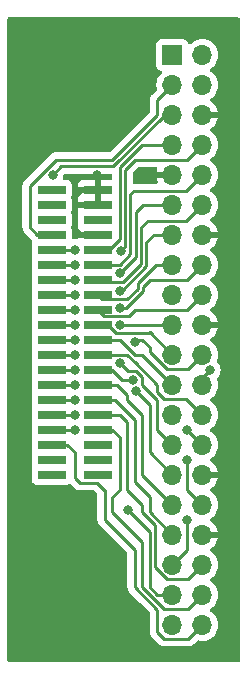
<source format=gtl>
G04 #@! TF.GenerationSoftware,KiCad,Pcbnew,7.0.5-7.0.5~ubuntu23.04.1*
G04 #@! TF.CreationDate,2023-06-22T20:58:36+02:00*
G04 #@! TF.ProjectId,olimex-ice40-pi-header,6f6c696d-6578-42d6-9963-6534302d7069,rev?*
G04 #@! TF.SameCoordinates,Original*
G04 #@! TF.FileFunction,Copper,L1,Top*
G04 #@! TF.FilePolarity,Positive*
%FSLAX46Y46*%
G04 Gerber Fmt 4.6, Leading zero omitted, Abs format (unit mm)*
G04 Created by KiCad (PCBNEW 7.0.5-7.0.5~ubuntu23.04.1) date 2023-06-22 20:58:36*
%MOMM*%
%LPD*%
G01*
G04 APERTURE LIST*
G04 #@! TA.AperFunction,SMDPad,CuDef*
%ADD10R,2.400000X0.740000*%
G04 #@! TD*
G04 #@! TA.AperFunction,ComponentPad*
%ADD11R,1.700000X1.700000*%
G04 #@! TD*
G04 #@! TA.AperFunction,ComponentPad*
%ADD12O,1.700000X1.700000*%
G04 #@! TD*
G04 #@! TA.AperFunction,ViaPad*
%ADD13C,0.800000*%
G04 #@! TD*
G04 #@! TA.AperFunction,Conductor*
%ADD14C,0.250000*%
G04 #@! TD*
G04 APERTURE END LIST*
D10*
X134575000Y-85090000D03*
X138475000Y-85090000D03*
X134575000Y-86360000D03*
X138475000Y-86360000D03*
X134575000Y-87630000D03*
X138475000Y-87630000D03*
X134575000Y-88900000D03*
X138475000Y-88900000D03*
X134575000Y-90170000D03*
X138475000Y-90170000D03*
X134575000Y-91440000D03*
X138475000Y-91440000D03*
X134575000Y-92710000D03*
X138475000Y-92710000D03*
X134575000Y-93980000D03*
X138475000Y-93980000D03*
X134575000Y-95250000D03*
X138475000Y-95250000D03*
X134575000Y-96520000D03*
X138475000Y-96520000D03*
X134575000Y-97790000D03*
X138475000Y-97790000D03*
X134575000Y-99060000D03*
X138475000Y-99060000D03*
X134575000Y-100330000D03*
X138475000Y-100330000D03*
X134575000Y-101600000D03*
X138475000Y-101600000D03*
X134575000Y-102870000D03*
X138475000Y-102870000D03*
X134575000Y-104140000D03*
X138475000Y-104140000D03*
X134575000Y-105410000D03*
X138475000Y-105410000D03*
X134575000Y-106680000D03*
X138475000Y-106680000D03*
X134575000Y-107950000D03*
X138475000Y-107950000D03*
X134575000Y-109220000D03*
X138475000Y-109220000D03*
D11*
X144780000Y-73660000D03*
D12*
X147320000Y-73660000D03*
X144780000Y-76200000D03*
X147320000Y-76200000D03*
X144780000Y-78740000D03*
X147320000Y-78740000D03*
X144780000Y-81280000D03*
X147320000Y-81280000D03*
X144780000Y-83820000D03*
X147320000Y-83820000D03*
X144780000Y-86360000D03*
X147320000Y-86360000D03*
X144780000Y-88900000D03*
X147320000Y-88900000D03*
X144780000Y-91440000D03*
X147320000Y-91440000D03*
X144780000Y-93980000D03*
X147320000Y-93980000D03*
X144780000Y-96520000D03*
X147320000Y-96520000D03*
X144780000Y-99060000D03*
X147320000Y-99060000D03*
X144780000Y-101600000D03*
X147320000Y-101600000D03*
X144780000Y-104140000D03*
X147320000Y-104140000D03*
X144780000Y-106680000D03*
X147320000Y-106680000D03*
X144780000Y-109220000D03*
X147320000Y-109220000D03*
X144780000Y-111760000D03*
X147320000Y-111760000D03*
X144780000Y-114300000D03*
X147320000Y-114300000D03*
X144780000Y-116840000D03*
X147320000Y-116840000D03*
X144780000Y-119380000D03*
X147320000Y-119380000D03*
X144780000Y-121920000D03*
X147320000Y-121920000D03*
D13*
X136525000Y-90170000D03*
X134634799Y-83834799D03*
X138430000Y-83820000D03*
X140392299Y-90227299D03*
X136525000Y-91440000D03*
X140335000Y-92164500D03*
X136525000Y-92710000D03*
X136525000Y-93980000D03*
X140335000Y-93614000D03*
X140335000Y-95063500D03*
X136525000Y-95250000D03*
X136525000Y-96520000D03*
X140335000Y-96513000D03*
X141605000Y-97962500D03*
X136525000Y-97790000D03*
X147968237Y-100356474D03*
X136525000Y-99060000D03*
X136525000Y-100330000D03*
X140335000Y-99784500D03*
X146050000Y-105410000D03*
X141409503Y-101160497D03*
X136525000Y-101600000D03*
X141669893Y-102125485D03*
X146050000Y-107950000D03*
X136525000Y-102870000D03*
X146050000Y-113030000D03*
X136525000Y-104140000D03*
X141059030Y-112240026D03*
X136525000Y-105410000D03*
D14*
X132715000Y-88265000D02*
X133350000Y-88900000D01*
X143508604Y-78738604D02*
X139698604Y-82548604D01*
X134896396Y-82548604D02*
X132715000Y-84730000D01*
X133350000Y-88900000D02*
X134575000Y-88900000D01*
X132715000Y-84730000D02*
X132715000Y-88265000D01*
X143508604Y-77471396D02*
X143508604Y-78738604D01*
X139698604Y-82548604D02*
X134896396Y-82548604D01*
X144780000Y-76200000D02*
X143508604Y-77471396D01*
X135374598Y-83095000D02*
X139788604Y-83095000D01*
X134634799Y-83834799D02*
X135374598Y-83095000D01*
X136525000Y-90170000D02*
X134575000Y-90170000D01*
X139788604Y-83095000D02*
X144143604Y-78740000D01*
X144143604Y-78740000D02*
X144780000Y-78740000D01*
X138475000Y-86360000D02*
X138475000Y-85090000D01*
X136525000Y-88265000D02*
X136525000Y-85725000D01*
X137160000Y-88900000D02*
X136525000Y-88265000D01*
X137160000Y-85090000D02*
X138475000Y-85090000D01*
X138475000Y-83865000D02*
X138430000Y-83820000D01*
X138475000Y-88900000D02*
X137160000Y-88900000D01*
X136525000Y-85725000D02*
X137160000Y-85090000D01*
X138475000Y-85090000D02*
X138475000Y-83865000D01*
X142240000Y-81280000D02*
X140335000Y-83185000D01*
X144780000Y-81280000D02*
X142240000Y-81280000D01*
X139425000Y-90170000D02*
X138475000Y-90170000D01*
X140335000Y-83185000D02*
X140335000Y-89260000D01*
X140335000Y-89260000D02*
X139425000Y-90170000D01*
X146049302Y-82550698D02*
X141605698Y-82550698D01*
X140785000Y-83371396D02*
X140785000Y-84455000D01*
X147320000Y-81280000D02*
X146049302Y-82550698D01*
X141605698Y-82550698D02*
X140785000Y-83371396D01*
X136525000Y-91440000D02*
X134575000Y-91440000D01*
X140785000Y-89834598D02*
X140392299Y-90227299D01*
X140785000Y-84455000D02*
X140785000Y-89834598D01*
X141235000Y-90540000D02*
X140335000Y-91440000D01*
X140335000Y-91440000D02*
X138475000Y-91440000D01*
X141510000Y-85185000D02*
X141235000Y-85460000D01*
X145955000Y-85185000D02*
X141510000Y-85185000D01*
X141235000Y-85460000D02*
X141235000Y-90540000D01*
X147320000Y-83820000D02*
X145955000Y-85185000D01*
X141685000Y-86995000D02*
X141685000Y-90814500D01*
X142320000Y-86360000D02*
X141685000Y-86995000D01*
X144780000Y-86360000D02*
X142320000Y-86360000D01*
X136525000Y-92710000D02*
X134575000Y-92710000D01*
X141685000Y-90814500D02*
X140335000Y-92164500D01*
X142135000Y-91389805D02*
X140635305Y-92889500D01*
X138654500Y-92889500D02*
X138475000Y-92710000D01*
X145955000Y-87725000D02*
X142675000Y-87725000D01*
X147320000Y-86360000D02*
X145955000Y-87725000D01*
X142135000Y-88265000D02*
X142135000Y-91389805D01*
X140635305Y-92889500D02*
X138654500Y-92889500D01*
X142675000Y-87725000D02*
X142135000Y-88265000D01*
X144780000Y-88900000D02*
X143220000Y-88900000D01*
X136525000Y-93980000D02*
X134575000Y-93980000D01*
X143220000Y-88900000D02*
X142585000Y-89535000D01*
X142585000Y-89535000D02*
X142585000Y-91576201D01*
X140547201Y-93614000D02*
X140335000Y-93614000D01*
X142585000Y-91576201D02*
X140547201Y-93614000D01*
X141846298Y-92951299D02*
X141846298Y-93462702D01*
X138834000Y-94339000D02*
X138475000Y-93980000D01*
X144780000Y-91440000D02*
X143357597Y-91440000D01*
X140970000Y-94339000D02*
X138834000Y-94339000D01*
X143357597Y-91440000D02*
X141846298Y-92951299D01*
X141846298Y-93462702D02*
X140970000Y-94339000D01*
X142296298Y-93649098D02*
X140881896Y-95063500D01*
X136525000Y-95250000D02*
X134575000Y-95250000D01*
X142296298Y-93288702D02*
X142296298Y-93345000D01*
X140881896Y-95063500D02*
X140335000Y-95063500D01*
X142296298Y-93345000D02*
X142296298Y-93649098D01*
X147320000Y-91440000D02*
X146050000Y-92710000D01*
X142875000Y-92710000D02*
X142296298Y-93288702D01*
X146050000Y-92710000D02*
X142875000Y-92710000D01*
X146050000Y-95250000D02*
X141605000Y-95250000D01*
X147320000Y-93980000D02*
X146050000Y-95250000D01*
X141066500Y-95788500D02*
X139013500Y-95788500D01*
X141605000Y-95250000D02*
X141066500Y-95788500D01*
X139013500Y-95788500D02*
X138475000Y-95250000D01*
X144780000Y-96520000D02*
X140342000Y-96520000D01*
X140342000Y-96520000D02*
X140335000Y-96513000D01*
X136525000Y-96520000D02*
X134575000Y-96520000D01*
X144780000Y-99060000D02*
X142875000Y-97155000D01*
X142875000Y-97155000D02*
X142792000Y-97238000D01*
X140034695Y-97238000D02*
X139316695Y-96520000D01*
X142792000Y-97238000D02*
X140034695Y-97238000D01*
X139316695Y-96520000D02*
X138475000Y-96520000D01*
X136525000Y-97790000D02*
X134575000Y-97790000D01*
X142875000Y-98816701D02*
X142875000Y-98425000D01*
X144293299Y-100235000D02*
X142875000Y-98816701D01*
X142875000Y-98425000D02*
X142240000Y-97790000D01*
X141777500Y-97790000D02*
X141605000Y-97962500D01*
X142240000Y-97790000D02*
X141777500Y-97790000D01*
X146145000Y-100235000D02*
X144293299Y-100235000D01*
X147320000Y-99060000D02*
X146145000Y-100235000D01*
X141605000Y-99060000D02*
X140335000Y-97790000D01*
X140335000Y-97790000D02*
X138475000Y-97790000D01*
X142240000Y-99060000D02*
X141605000Y-99060000D01*
X144780000Y-101600000D02*
X142240000Y-99060000D01*
X147320000Y-101004711D02*
X147968237Y-100356474D01*
X136525000Y-99060000D02*
X134575000Y-99060000D01*
X147320000Y-101600000D02*
X147320000Y-101004711D01*
X141606405Y-99695698D02*
X141604302Y-99695698D01*
X144050000Y-102775000D02*
X145955000Y-102775000D01*
X143510000Y-102235000D02*
X144050000Y-102775000D01*
X145955000Y-102775000D02*
X147320000Y-104140000D01*
X143510000Y-102235000D02*
X143510000Y-101599293D01*
X138475000Y-99060000D02*
X140968604Y-99060000D01*
X143510000Y-101599293D02*
X141606405Y-99695698D01*
X141604302Y-99695698D02*
X140968604Y-99060000D01*
X141709808Y-100435497D02*
X142239302Y-100964991D01*
X142239302Y-100964991D02*
X142239302Y-101600698D01*
X143509302Y-105409302D02*
X144780000Y-106680000D01*
X140335000Y-99784500D02*
X140985997Y-100435497D01*
X143509302Y-102870698D02*
X143509302Y-105409302D01*
X142239302Y-101600698D02*
X143509302Y-102870698D01*
X136525000Y-100330000D02*
X134575000Y-100330000D01*
X140985997Y-100435497D02*
X141709808Y-100435497D01*
X141409503Y-101160497D02*
X140530497Y-101160497D01*
X147320000Y-106680000D02*
X146050000Y-105410000D01*
X139700000Y-100330000D02*
X138475000Y-100330000D01*
X140530497Y-101160497D02*
X139700000Y-100330000D01*
X142875000Y-107315000D02*
X142875000Y-103505000D01*
X136525000Y-101600000D02*
X134575000Y-101600000D01*
X142875000Y-103330592D02*
X141669893Y-102125485D01*
X142875000Y-103505000D02*
X142875000Y-103330592D01*
X144780000Y-109220000D02*
X142875000Y-107315000D01*
X142240000Y-104140000D02*
X140970000Y-102870000D01*
X140119103Y-101600000D02*
X138475000Y-101600000D01*
X142240000Y-109220000D02*
X142240000Y-104140000D01*
X144780000Y-111760000D02*
X142240000Y-109220000D01*
X140970000Y-102870000D02*
X140970000Y-102450897D01*
X140970000Y-102450897D02*
X140119103Y-101600000D01*
X146050000Y-110490000D02*
X146050000Y-107950000D01*
X136525000Y-102870000D02*
X134575000Y-102870000D01*
X147320000Y-111760000D02*
X146050000Y-110490000D01*
X139925000Y-102870000D02*
X138475000Y-102870000D01*
X142875000Y-112395000D02*
X142875000Y-111125000D01*
X141605000Y-109855000D02*
X141605000Y-104550000D01*
X141605000Y-104550000D02*
X139925000Y-102870000D01*
X144780000Y-114300000D02*
X142875000Y-112395000D01*
X142875000Y-111125000D02*
X141605000Y-109855000D01*
X146050000Y-115570000D02*
X146050000Y-113030000D01*
X144780000Y-116840000D02*
X146050000Y-115570000D01*
X136525000Y-104140000D02*
X134575000Y-104140000D01*
X146145000Y-118015000D02*
X144293299Y-118015000D01*
X143325000Y-113481396D02*
X142239302Y-112395698D01*
X143325000Y-117046701D02*
X143325000Y-113481396D01*
X147320000Y-116840000D02*
X146145000Y-118015000D01*
X142239302Y-112395698D02*
X142239302Y-111759302D01*
X140970000Y-104775000D02*
X140335000Y-104140000D01*
X144293299Y-118015000D02*
X143325000Y-117046701D01*
X140335000Y-104140000D02*
X138475000Y-104140000D01*
X140970000Y-110490000D02*
X140970000Y-104775000D01*
X142239302Y-111759302D02*
X140970000Y-110490000D01*
X143511396Y-119380000D02*
X142875000Y-118743604D01*
X142875000Y-114055996D02*
X141059030Y-112240026D01*
X142875000Y-118743604D02*
X142875000Y-114055996D01*
X144780000Y-119380000D02*
X143511396Y-119380000D01*
X136525000Y-105410000D02*
X134575000Y-105410000D01*
X139700000Y-111125000D02*
X140335000Y-110490000D01*
X139700000Y-105410000D02*
X138475000Y-105410000D01*
X142240000Y-118745000D02*
X142240000Y-114935000D01*
X140335000Y-110490000D02*
X140335000Y-106045000D01*
X140335000Y-106045000D02*
X139700000Y-105410000D01*
X139700000Y-112395000D02*
X139700000Y-111125000D01*
X147320000Y-119380000D02*
X146145000Y-120555000D01*
X144050000Y-120555000D02*
X142240000Y-118745000D01*
X146145000Y-120555000D02*
X144050000Y-120555000D01*
X142240000Y-114935000D02*
X139700000Y-112395000D01*
X146145000Y-123095000D02*
X144050000Y-123095000D01*
X139065000Y-110490000D02*
X139005000Y-110490000D01*
X141604302Y-115569302D02*
X139065000Y-113030000D01*
X136525000Y-109490000D02*
X136525000Y-107315000D01*
X138430000Y-109915000D02*
X136950000Y-109915000D01*
X136525000Y-107315000D02*
X135890000Y-106680000D01*
X139065000Y-113030000D02*
X139065000Y-110490000D01*
X136950000Y-109915000D02*
X136525000Y-109490000D01*
X143509302Y-122554302D02*
X143509302Y-120650698D01*
X143509302Y-120650698D02*
X141604302Y-118745698D01*
X135890000Y-106680000D02*
X134575000Y-106680000D01*
X147320000Y-121920000D02*
X146145000Y-123095000D01*
X144050000Y-123095000D02*
X143509302Y-122554302D01*
X139005000Y-110490000D02*
X138430000Y-109915000D01*
X141604302Y-118745698D02*
X141604302Y-115569302D01*
G04 #@! TA.AperFunction,Conductor*
G36*
X139652539Y-83740185D02*
G01*
X139698294Y-83792989D01*
X139709500Y-83844500D01*
X139709500Y-84096000D01*
X139689815Y-84163039D01*
X139637011Y-84208794D01*
X139585500Y-84220000D01*
X138725000Y-84220000D01*
X138725000Y-86486000D01*
X138705315Y-86553039D01*
X138652511Y-86598794D01*
X138601000Y-86610000D01*
X136775000Y-86610000D01*
X136775000Y-86777844D01*
X136781401Y-86837372D01*
X136781403Y-86837379D01*
X136823763Y-86950952D01*
X136828747Y-87020644D01*
X136823763Y-87037618D01*
X136780908Y-87152517D01*
X136774501Y-87212116D01*
X136774501Y-87212123D01*
X136774500Y-87212135D01*
X136774500Y-88047870D01*
X136774501Y-88047876D01*
X136780908Y-88107483D01*
X136823763Y-88222381D01*
X136828747Y-88292073D01*
X136823763Y-88309047D01*
X136781403Y-88422620D01*
X136781401Y-88422627D01*
X136775000Y-88482155D01*
X136775000Y-88650000D01*
X138601000Y-88650000D01*
X138668039Y-88669685D01*
X138713794Y-88722489D01*
X138725000Y-88774000D01*
X138725000Y-89026000D01*
X138705315Y-89093039D01*
X138652511Y-89138794D01*
X138601000Y-89150000D01*
X136775000Y-89150000D01*
X136774748Y-89150251D01*
X136755315Y-89216433D01*
X136702511Y-89262188D01*
X136633353Y-89272132D01*
X136625227Y-89270686D01*
X136619646Y-89269500D01*
X136430354Y-89269500D01*
X136430351Y-89269500D01*
X136425273Y-89270579D01*
X136355606Y-89265258D01*
X136299875Y-89223118D01*
X136275774Y-89157537D01*
X136275499Y-89149287D01*
X136275499Y-88482129D01*
X136275498Y-88482123D01*
X136274264Y-88470647D01*
X136269091Y-88422517D01*
X136268820Y-88421791D01*
X136226503Y-88308332D01*
X136221519Y-88238640D01*
X136226499Y-88221676D01*
X136269091Y-88107483D01*
X136275500Y-88047873D01*
X136275499Y-87212128D01*
X136269091Y-87152517D01*
X136266803Y-87146383D01*
X136226503Y-87038333D01*
X136221519Y-86968642D01*
X136226503Y-86951667D01*
X136269091Y-86837482D01*
X136269103Y-86837372D01*
X136275500Y-86777873D01*
X136275499Y-85942128D01*
X136269091Y-85882517D01*
X136261375Y-85861830D01*
X136226503Y-85768333D01*
X136221519Y-85698642D01*
X136226503Y-85681667D01*
X136269091Y-85567482D01*
X136269103Y-85567372D01*
X136275500Y-85507873D01*
X136275500Y-85340000D01*
X136775000Y-85340000D01*
X136775000Y-85507844D01*
X136781401Y-85567372D01*
X136781403Y-85567380D01*
X136824029Y-85681667D01*
X136829013Y-85751359D01*
X136824029Y-85768333D01*
X136781403Y-85882619D01*
X136781401Y-85882627D01*
X136775000Y-85942155D01*
X136775000Y-86110000D01*
X138225000Y-86110000D01*
X138225000Y-85340000D01*
X136775000Y-85340000D01*
X136275500Y-85340000D01*
X136275499Y-84840000D01*
X136775000Y-84840000D01*
X138225000Y-84840000D01*
X138225000Y-84220000D01*
X137227155Y-84220000D01*
X137167627Y-84226401D01*
X137167620Y-84226403D01*
X137032913Y-84276645D01*
X137032906Y-84276649D01*
X136917812Y-84362809D01*
X136917809Y-84362812D01*
X136831649Y-84477906D01*
X136831645Y-84477913D01*
X136781403Y-84612620D01*
X136781401Y-84612627D01*
X136775000Y-84672155D01*
X136775000Y-84840000D01*
X136275499Y-84840000D01*
X136275499Y-84672128D01*
X136269091Y-84612517D01*
X136249777Y-84560734D01*
X136218797Y-84477671D01*
X136218793Y-84477664D01*
X136132547Y-84362455D01*
X136132544Y-84362452D01*
X136017335Y-84276206D01*
X136017328Y-84276202D01*
X135882482Y-84225908D01*
X135882483Y-84225908D01*
X135822883Y-84219501D01*
X135822881Y-84219500D01*
X135822873Y-84219500D01*
X135822865Y-84219500D01*
X135627315Y-84219500D01*
X135560276Y-84199815D01*
X135514521Y-84147011D01*
X135504577Y-84077853D01*
X135509382Y-84057188D01*
X135520473Y-84023055D01*
X135538120Y-83855143D01*
X135564703Y-83790533D01*
X135573750Y-83780437D01*
X135597372Y-83756815D01*
X135658698Y-83723333D01*
X135685051Y-83720500D01*
X139585500Y-83720500D01*
X139652539Y-83740185D01*
G37*
G04 #@! TD.AperFunction*
G04 #@! TA.AperFunction,Conductor*
G36*
X143463048Y-83195883D02*
G01*
X143508803Y-83248687D01*
X143518747Y-83317845D01*
X143508389Y-83352607D01*
X143506569Y-83356508D01*
X143506567Y-83356513D01*
X143449364Y-83569999D01*
X143449364Y-83570000D01*
X144346314Y-83570000D01*
X144320507Y-83610156D01*
X144280000Y-83748111D01*
X144280000Y-83891889D01*
X144320507Y-84029844D01*
X144346314Y-84070000D01*
X143449364Y-84070000D01*
X143506567Y-84283486D01*
X143506571Y-84283497D01*
X143553015Y-84383096D01*
X143563507Y-84452173D01*
X143534987Y-84515957D01*
X143476510Y-84554196D01*
X143440633Y-84559500D01*
X141592743Y-84559500D01*
X141577122Y-84557775D01*
X141577095Y-84558061D01*
X141569333Y-84557326D01*
X141538394Y-84558299D01*
X141470769Y-84540729D01*
X141423379Y-84489388D01*
X141410500Y-84434360D01*
X141410500Y-83681848D01*
X141430185Y-83614809D01*
X141446819Y-83594167D01*
X141828470Y-83212517D01*
X141889793Y-83179032D01*
X141916151Y-83176198D01*
X143396009Y-83176198D01*
X143463048Y-83195883D01*
G37*
G04 #@! TD.AperFunction*
G04 #@! TA.AperFunction,Conductor*
G36*
X150437539Y-70505185D02*
G01*
X150483294Y-70557989D01*
X150494500Y-70609500D01*
X150494500Y-124970500D01*
X150474815Y-125037539D01*
X150422011Y-125083294D01*
X150370500Y-125094500D01*
X130934500Y-125094500D01*
X130867461Y-125074815D01*
X130821706Y-125022011D01*
X130810500Y-124970500D01*
X130810500Y-84710195D01*
X132084840Y-84710195D01*
X132089225Y-84756583D01*
X132089500Y-84762421D01*
X132089500Y-88182255D01*
X132087775Y-88197872D01*
X132088061Y-88197899D01*
X132087326Y-88205666D01*
X132089469Y-88273846D01*
X132089500Y-88275793D01*
X132089500Y-88304343D01*
X132089501Y-88304360D01*
X132090368Y-88311231D01*
X132090826Y-88317050D01*
X132092290Y-88363624D01*
X132092291Y-88363627D01*
X132097880Y-88382867D01*
X132101824Y-88401911D01*
X132104336Y-88421792D01*
X132113048Y-88443796D01*
X132121490Y-88465119D01*
X132123382Y-88470647D01*
X132136381Y-88515388D01*
X132146580Y-88532634D01*
X132155138Y-88550103D01*
X132162514Y-88568732D01*
X132189898Y-88606423D01*
X132193106Y-88611307D01*
X132216827Y-88651416D01*
X132216833Y-88651424D01*
X132230990Y-88665580D01*
X132243628Y-88680376D01*
X132255405Y-88696586D01*
X132255406Y-88696587D01*
X132291309Y-88726288D01*
X132295620Y-88730210D01*
X132591410Y-89026000D01*
X132842509Y-89277099D01*
X132875994Y-89338422D01*
X132878117Y-89351524D01*
X132880907Y-89377480D01*
X132923496Y-89491667D01*
X132928480Y-89561359D01*
X132923496Y-89578333D01*
X132880908Y-89692516D01*
X132874501Y-89752116D01*
X132874500Y-89752135D01*
X132874500Y-90587870D01*
X132874501Y-90587876D01*
X132880908Y-90647481D01*
X132880909Y-90647483D01*
X132923497Y-90761668D01*
X132928481Y-90831357D01*
X132923497Y-90848332D01*
X132880908Y-90962517D01*
X132874501Y-91022116D01*
X132874500Y-91022135D01*
X132874500Y-91857870D01*
X132874501Y-91857876D01*
X132880908Y-91917483D01*
X132923496Y-92031666D01*
X132928480Y-92101358D01*
X132923496Y-92118331D01*
X132880909Y-92232514D01*
X132880908Y-92232516D01*
X132874501Y-92292116D01*
X132874500Y-92292135D01*
X132874500Y-93127870D01*
X132874501Y-93127876D01*
X132880908Y-93187483D01*
X132923496Y-93301667D01*
X132928480Y-93371359D01*
X132923496Y-93388333D01*
X132880908Y-93502516D01*
X132874501Y-93562116D01*
X132874500Y-93562135D01*
X132874500Y-94397870D01*
X132874501Y-94397876D01*
X132880908Y-94457481D01*
X132880909Y-94457483D01*
X132923497Y-94571668D01*
X132928481Y-94641357D01*
X132923497Y-94658332D01*
X132880908Y-94772517D01*
X132874501Y-94832116D01*
X132874500Y-94832135D01*
X132874500Y-95667870D01*
X132874501Y-95667876D01*
X132880908Y-95727483D01*
X132923496Y-95841667D01*
X132928480Y-95911359D01*
X132923496Y-95928333D01*
X132880908Y-96042516D01*
X132874501Y-96102116D01*
X132874500Y-96102135D01*
X132874500Y-96937870D01*
X132874501Y-96937876D01*
X132880908Y-96997483D01*
X132923496Y-97111667D01*
X132928480Y-97181359D01*
X132923496Y-97198333D01*
X132880908Y-97312516D01*
X132874501Y-97372116D01*
X132874500Y-97372135D01*
X132874500Y-98207870D01*
X132874501Y-98207876D01*
X132880908Y-98267481D01*
X132880909Y-98267483D01*
X132923497Y-98381668D01*
X132928481Y-98451357D01*
X132923497Y-98468332D01*
X132880908Y-98582517D01*
X132874501Y-98642116D01*
X132874500Y-98642135D01*
X132874500Y-99477870D01*
X132874501Y-99477876D01*
X132880908Y-99537483D01*
X132923496Y-99651667D01*
X132928480Y-99721359D01*
X132923496Y-99738333D01*
X132880908Y-99852516D01*
X132874501Y-99912116D01*
X132874500Y-99912135D01*
X132874500Y-100747870D01*
X132874501Y-100747876D01*
X132880908Y-100807483D01*
X132923496Y-100921666D01*
X132928480Y-100991358D01*
X132923496Y-101008331D01*
X132880909Y-101122514D01*
X132880908Y-101122516D01*
X132874501Y-101182116D01*
X132874500Y-101182135D01*
X132874500Y-102017870D01*
X132874501Y-102017876D01*
X132880908Y-102077481D01*
X132880909Y-102077483D01*
X132923497Y-102191668D01*
X132928481Y-102261357D01*
X132923497Y-102278332D01*
X132880908Y-102392517D01*
X132874501Y-102452116D01*
X132874500Y-102452135D01*
X132874500Y-103287870D01*
X132874501Y-103287876D01*
X132880908Y-103347483D01*
X132923496Y-103461667D01*
X132928480Y-103531359D01*
X132923496Y-103548333D01*
X132880908Y-103662516D01*
X132874501Y-103722116D01*
X132874500Y-103722135D01*
X132874500Y-104557870D01*
X132874501Y-104557876D01*
X132880908Y-104617483D01*
X132923496Y-104731666D01*
X132928480Y-104801358D01*
X132923496Y-104818331D01*
X132880909Y-104932514D01*
X132880908Y-104932516D01*
X132874501Y-104992116D01*
X132874500Y-104992135D01*
X132874500Y-105827870D01*
X132874501Y-105827876D01*
X132880908Y-105887483D01*
X132923496Y-106001667D01*
X132928480Y-106071359D01*
X132923496Y-106088333D01*
X132880908Y-106202516D01*
X132874501Y-106262116D01*
X132874500Y-106262135D01*
X132874500Y-107097870D01*
X132874501Y-107097876D01*
X132880908Y-107157483D01*
X132923496Y-107271667D01*
X132928480Y-107341359D01*
X132923496Y-107358333D01*
X132880908Y-107472516D01*
X132874501Y-107532116D01*
X132874500Y-107532135D01*
X132874500Y-108367870D01*
X132874501Y-108367876D01*
X132880908Y-108427483D01*
X132923496Y-108541666D01*
X132928480Y-108611358D01*
X132923496Y-108628331D01*
X132880909Y-108742514D01*
X132880908Y-108742516D01*
X132874501Y-108802116D01*
X132874500Y-108802135D01*
X132874500Y-109637870D01*
X132874501Y-109637876D01*
X132880908Y-109697483D01*
X132931202Y-109832328D01*
X132931206Y-109832335D01*
X133017452Y-109947544D01*
X133017455Y-109947547D01*
X133132664Y-110033793D01*
X133132671Y-110033797D01*
X133267517Y-110084091D01*
X133267516Y-110084091D01*
X133274444Y-110084835D01*
X133327127Y-110090500D01*
X135822872Y-110090499D01*
X135882483Y-110084091D01*
X136017329Y-110033797D01*
X136017329Y-110033796D01*
X136017331Y-110033796D01*
X136026748Y-110026745D01*
X136092211Y-110002328D01*
X136160485Y-110017179D01*
X136188741Y-110038331D01*
X136449194Y-110298784D01*
X136459019Y-110311048D01*
X136459240Y-110310866D01*
X136464210Y-110316874D01*
X136513949Y-110363582D01*
X136515316Y-110364906D01*
X136535530Y-110385120D01*
X136541004Y-110389366D01*
X136545442Y-110393156D01*
X136579418Y-110425062D01*
X136596973Y-110434713D01*
X136613231Y-110445392D01*
X136629064Y-110457674D01*
X136651015Y-110467172D01*
X136671837Y-110476183D01*
X136677081Y-110478752D01*
X136717908Y-110501197D01*
X136737312Y-110506179D01*
X136755710Y-110512478D01*
X136774105Y-110520438D01*
X136820129Y-110527726D01*
X136825832Y-110528907D01*
X136870981Y-110540500D01*
X136891016Y-110540500D01*
X136910413Y-110542026D01*
X136930196Y-110545160D01*
X136976583Y-110540775D01*
X136982422Y-110540500D01*
X138119548Y-110540500D01*
X138186587Y-110560185D01*
X138207229Y-110576819D01*
X138403181Y-110772771D01*
X138436666Y-110834094D01*
X138439500Y-110860452D01*
X138439500Y-112947255D01*
X138437775Y-112962872D01*
X138438061Y-112962899D01*
X138437326Y-112970666D01*
X138439469Y-113038846D01*
X138439500Y-113040793D01*
X138439500Y-113069343D01*
X138439501Y-113069360D01*
X138440368Y-113076231D01*
X138440826Y-113082050D01*
X138442290Y-113128624D01*
X138442291Y-113128627D01*
X138447880Y-113147867D01*
X138451824Y-113166911D01*
X138454336Y-113186791D01*
X138471490Y-113230119D01*
X138473382Y-113235647D01*
X138486381Y-113280388D01*
X138496580Y-113297634D01*
X138505138Y-113315103D01*
X138512514Y-113333732D01*
X138539898Y-113371423D01*
X138543106Y-113376307D01*
X138566827Y-113416416D01*
X138566833Y-113416424D01*
X138580990Y-113430580D01*
X138593628Y-113445376D01*
X138605405Y-113461586D01*
X138605406Y-113461587D01*
X138641309Y-113491288D01*
X138645620Y-113495210D01*
X139875362Y-114724952D01*
X140942483Y-115792073D01*
X140975968Y-115853396D01*
X140978802Y-115879754D01*
X140978802Y-118662953D01*
X140977077Y-118678570D01*
X140977363Y-118678597D01*
X140976628Y-118686364D01*
X140978771Y-118754544D01*
X140978802Y-118756491D01*
X140978802Y-118785041D01*
X140978803Y-118785058D01*
X140979670Y-118791929D01*
X140980128Y-118797748D01*
X140981592Y-118844322D01*
X140981593Y-118844325D01*
X140987182Y-118863565D01*
X140991126Y-118882609D01*
X140993638Y-118902490D01*
X140999123Y-118916344D01*
X141010792Y-118945817D01*
X141012684Y-118951345D01*
X141025683Y-118996086D01*
X141035882Y-119013332D01*
X141044440Y-119030801D01*
X141051816Y-119049430D01*
X141079200Y-119087121D01*
X141082408Y-119092005D01*
X141106129Y-119132114D01*
X141106135Y-119132122D01*
X141120292Y-119146278D01*
X141132930Y-119161074D01*
X141144707Y-119177284D01*
X141144708Y-119177285D01*
X141180611Y-119206986D01*
X141184922Y-119210908D01*
X142031844Y-120057830D01*
X142847483Y-120873469D01*
X142880968Y-120934792D01*
X142883802Y-120961150D01*
X142883802Y-122471557D01*
X142882077Y-122487174D01*
X142882363Y-122487201D01*
X142881628Y-122494968D01*
X142883771Y-122563148D01*
X142883802Y-122565095D01*
X142883802Y-122593645D01*
X142883803Y-122593662D01*
X142884670Y-122600533D01*
X142885128Y-122606352D01*
X142886592Y-122652926D01*
X142886593Y-122652929D01*
X142892182Y-122672169D01*
X142896126Y-122691213D01*
X142898638Y-122711093D01*
X142915792Y-122754421D01*
X142917684Y-122759949D01*
X142930683Y-122804690D01*
X142940882Y-122821936D01*
X142949440Y-122839405D01*
X142956816Y-122858034D01*
X142984200Y-122895725D01*
X142987408Y-122900609D01*
X143011129Y-122940718D01*
X143011135Y-122940726D01*
X143025292Y-122954882D01*
X143037930Y-122969678D01*
X143049707Y-122985888D01*
X143049708Y-122985889D01*
X143085611Y-123015590D01*
X143089922Y-123019512D01*
X143539987Y-123469578D01*
X143549197Y-123478788D01*
X143559022Y-123491051D01*
X143559243Y-123490869D01*
X143564211Y-123496874D01*
X143613932Y-123543566D01*
X143615332Y-123544923D01*
X143635523Y-123565115D01*
X143635527Y-123565118D01*
X143635529Y-123565120D01*
X143641011Y-123569373D01*
X143645443Y-123573157D01*
X143679418Y-123605062D01*
X143696976Y-123614714D01*
X143713235Y-123625395D01*
X143729064Y-123637673D01*
X143771838Y-123656182D01*
X143777056Y-123658738D01*
X143817908Y-123681197D01*
X143837316Y-123686180D01*
X143855717Y-123692480D01*
X143874104Y-123700437D01*
X143917488Y-123707308D01*
X143920119Y-123707725D01*
X143925839Y-123708909D01*
X143970981Y-123720500D01*
X143991016Y-123720500D01*
X144010414Y-123722026D01*
X144030194Y-123725159D01*
X144030195Y-123725160D01*
X144030195Y-123725159D01*
X144030196Y-123725160D01*
X144076583Y-123720775D01*
X144082422Y-123720500D01*
X146062257Y-123720500D01*
X146077877Y-123722224D01*
X146077904Y-123721939D01*
X146085666Y-123722673D01*
X146085666Y-123722672D01*
X146085667Y-123722673D01*
X146088999Y-123722568D01*
X146153847Y-123720531D01*
X146155794Y-123720500D01*
X146184347Y-123720500D01*
X146184350Y-123720500D01*
X146191228Y-123719630D01*
X146197041Y-123719172D01*
X146243627Y-123717709D01*
X146262869Y-123712117D01*
X146281912Y-123708174D01*
X146301792Y-123705664D01*
X146345122Y-123688507D01*
X146350646Y-123686617D01*
X146354396Y-123685527D01*
X146395390Y-123673618D01*
X146412629Y-123663422D01*
X146430103Y-123654862D01*
X146448727Y-123647488D01*
X146448727Y-123647487D01*
X146448732Y-123647486D01*
X146486449Y-123620082D01*
X146491305Y-123616892D01*
X146531420Y-123593170D01*
X146545589Y-123578999D01*
X146560379Y-123566368D01*
X146576587Y-123554594D01*
X146606299Y-123518676D01*
X146610212Y-123514376D01*
X146864353Y-123260235D01*
X146925674Y-123226752D01*
X146984125Y-123228143D01*
X147018780Y-123237428D01*
X147084592Y-123255063D01*
X147272918Y-123271539D01*
X147319999Y-123275659D01*
X147320000Y-123275659D01*
X147320001Y-123275659D01*
X147359234Y-123272226D01*
X147555408Y-123255063D01*
X147783663Y-123193903D01*
X147997830Y-123094035D01*
X148191401Y-122958495D01*
X148358495Y-122791401D01*
X148494035Y-122597830D01*
X148593903Y-122383663D01*
X148655063Y-122155408D01*
X148675659Y-121920000D01*
X148655063Y-121684592D01*
X148593903Y-121456337D01*
X148494035Y-121242171D01*
X148452375Y-121182673D01*
X148358494Y-121048597D01*
X148191402Y-120881506D01*
X148191401Y-120881505D01*
X148069746Y-120796321D01*
X148005841Y-120751574D01*
X147962216Y-120696997D01*
X147955024Y-120627498D01*
X147986546Y-120565144D01*
X148005836Y-120548428D01*
X148191401Y-120418495D01*
X148358495Y-120251401D01*
X148494035Y-120057830D01*
X148593903Y-119843663D01*
X148655063Y-119615408D01*
X148675659Y-119380000D01*
X148655063Y-119144592D01*
X148593903Y-118916337D01*
X148494035Y-118702171D01*
X148477529Y-118678597D01*
X148358494Y-118508597D01*
X148191402Y-118341506D01*
X148191396Y-118341501D01*
X148005842Y-118211575D01*
X147962217Y-118156998D01*
X147955023Y-118087500D01*
X147986546Y-118025145D01*
X148005842Y-118008425D01*
X148028026Y-117992891D01*
X148191401Y-117878495D01*
X148358495Y-117711401D01*
X148494035Y-117517830D01*
X148593903Y-117303663D01*
X148655063Y-117075408D01*
X148675659Y-116840000D01*
X148655063Y-116604592D01*
X148593903Y-116376337D01*
X148494035Y-116162171D01*
X148358495Y-115968599D01*
X148358494Y-115968597D01*
X148191402Y-115801506D01*
X148191401Y-115801505D01*
X148005405Y-115671269D01*
X147961781Y-115616692D01*
X147954588Y-115547193D01*
X147986110Y-115484839D01*
X148005405Y-115468119D01*
X148191082Y-115338105D01*
X148358105Y-115171082D01*
X148493600Y-114977578D01*
X148593429Y-114763492D01*
X148593432Y-114763486D01*
X148650636Y-114550000D01*
X147753686Y-114550000D01*
X147779493Y-114509844D01*
X147820000Y-114371889D01*
X147820000Y-114228111D01*
X147779493Y-114090156D01*
X147753686Y-114050000D01*
X148650636Y-114050000D01*
X148650635Y-114049999D01*
X148593432Y-113836513D01*
X148593429Y-113836507D01*
X148493600Y-113622422D01*
X148493599Y-113622420D01*
X148358113Y-113428926D01*
X148358108Y-113428920D01*
X148191078Y-113261890D01*
X148005405Y-113131879D01*
X147961780Y-113077302D01*
X147954588Y-113007804D01*
X147986110Y-112945449D01*
X148005406Y-112928730D01*
X148191401Y-112798495D01*
X148358495Y-112631401D01*
X148494035Y-112437830D01*
X148593903Y-112223663D01*
X148655063Y-111995408D01*
X148675659Y-111760000D01*
X148655063Y-111524592D01*
X148593903Y-111296337D01*
X148494035Y-111082171D01*
X148476474Y-111057090D01*
X148358494Y-110888597D01*
X148191402Y-110721506D01*
X148191401Y-110721505D01*
X148005405Y-110591269D01*
X147961781Y-110536692D01*
X147954588Y-110467193D01*
X147986110Y-110404839D01*
X148005405Y-110388119D01*
X148191082Y-110258105D01*
X148358105Y-110091082D01*
X148493600Y-109897578D01*
X148593429Y-109683492D01*
X148593432Y-109683486D01*
X148650636Y-109470000D01*
X147753686Y-109470000D01*
X147779493Y-109429844D01*
X147820000Y-109291889D01*
X147820000Y-109148111D01*
X147779493Y-109010156D01*
X147753686Y-108970000D01*
X148650636Y-108970000D01*
X148650635Y-108969999D01*
X148593432Y-108756513D01*
X148593429Y-108756507D01*
X148493600Y-108542422D01*
X148493599Y-108542420D01*
X148358113Y-108348926D01*
X148358108Y-108348920D01*
X148191078Y-108181890D01*
X148005405Y-108051879D01*
X147961780Y-107997302D01*
X147954588Y-107927804D01*
X147986110Y-107865449D01*
X148005406Y-107848730D01*
X148191401Y-107718495D01*
X148358495Y-107551401D01*
X148494035Y-107357830D01*
X148593903Y-107143663D01*
X148655063Y-106915408D01*
X148675659Y-106680000D01*
X148655063Y-106444592D01*
X148593903Y-106216337D01*
X148494035Y-106002171D01*
X148358495Y-105808599D01*
X148358494Y-105808597D01*
X148191402Y-105641506D01*
X148191401Y-105641505D01*
X148069746Y-105556321D01*
X148005841Y-105511574D01*
X147962216Y-105456997D01*
X147955024Y-105387498D01*
X147986546Y-105325144D01*
X148005836Y-105308428D01*
X148191401Y-105178495D01*
X148358495Y-105011401D01*
X148494035Y-104817830D01*
X148593903Y-104603663D01*
X148655063Y-104375408D01*
X148675659Y-104140000D01*
X148655063Y-103904592D01*
X148593903Y-103676337D01*
X148494035Y-103462171D01*
X148358495Y-103268599D01*
X148358494Y-103268597D01*
X148191402Y-103101506D01*
X148191396Y-103101501D01*
X148005842Y-102971575D01*
X147962217Y-102916998D01*
X147955023Y-102847500D01*
X147986546Y-102785145D01*
X148005842Y-102768425D01*
X148028026Y-102752891D01*
X148191401Y-102638495D01*
X148358495Y-102471401D01*
X148494035Y-102277830D01*
X148593903Y-102063663D01*
X148655063Y-101835408D01*
X148675659Y-101600000D01*
X148655063Y-101364592D01*
X148593903Y-101136337D01*
X148588970Y-101125759D01*
X148578479Y-101056684D01*
X148606998Y-100992900D01*
X148609169Y-100990422D01*
X148700770Y-100888690D01*
X148795416Y-100724758D01*
X148853911Y-100544730D01*
X148873697Y-100356474D01*
X148853911Y-100168218D01*
X148795416Y-99988190D01*
X148700770Y-99824258D01*
X148604797Y-99717669D01*
X148592937Y-99704497D01*
X148562707Y-99641505D01*
X148571332Y-99572170D01*
X148572706Y-99569119D01*
X148593903Y-99523663D01*
X148655063Y-99295408D01*
X148675659Y-99060000D01*
X148655063Y-98824592D01*
X148593903Y-98596337D01*
X148494035Y-98382171D01*
X148488425Y-98374158D01*
X148358494Y-98188597D01*
X148191402Y-98021506D01*
X148191401Y-98021505D01*
X148005405Y-97891269D01*
X147961781Y-97836692D01*
X147954588Y-97767193D01*
X147986110Y-97704839D01*
X148005405Y-97688119D01*
X148191082Y-97558105D01*
X148358105Y-97391082D01*
X148493600Y-97197578D01*
X148593429Y-96983492D01*
X148593432Y-96983486D01*
X148650636Y-96770000D01*
X147753686Y-96770000D01*
X147779493Y-96729844D01*
X147820000Y-96591889D01*
X147820000Y-96448111D01*
X147779493Y-96310156D01*
X147753686Y-96270000D01*
X148650636Y-96270000D01*
X148650635Y-96269999D01*
X148593432Y-96056513D01*
X148593429Y-96056507D01*
X148493600Y-95842422D01*
X148493599Y-95842420D01*
X148358113Y-95648926D01*
X148358108Y-95648920D01*
X148191078Y-95481890D01*
X148005405Y-95351879D01*
X147961780Y-95297302D01*
X147954588Y-95227804D01*
X147986110Y-95165449D01*
X148005406Y-95148730D01*
X148191401Y-95018495D01*
X148358495Y-94851401D01*
X148494035Y-94657830D01*
X148593903Y-94443663D01*
X148655063Y-94215408D01*
X148675659Y-93980000D01*
X148655063Y-93744592D01*
X148593903Y-93516337D01*
X148494035Y-93302171D01*
X148358495Y-93108599D01*
X148358494Y-93108597D01*
X148191402Y-92941506D01*
X148191396Y-92941501D01*
X148005842Y-92811575D01*
X147962217Y-92756998D01*
X147955023Y-92687500D01*
X147986546Y-92625145D01*
X148005842Y-92608425D01*
X148028026Y-92592891D01*
X148191401Y-92478495D01*
X148358495Y-92311401D01*
X148494035Y-92117830D01*
X148593903Y-91903663D01*
X148655063Y-91675408D01*
X148675659Y-91440000D01*
X148655063Y-91204592D01*
X148593903Y-90976337D01*
X148494035Y-90762171D01*
X148493652Y-90761623D01*
X148358494Y-90568597D01*
X148191402Y-90401506D01*
X148191401Y-90401505D01*
X148005842Y-90271575D01*
X148005405Y-90271269D01*
X147961781Y-90216692D01*
X147954588Y-90147193D01*
X147986110Y-90084839D01*
X148005405Y-90068119D01*
X148191082Y-89938105D01*
X148358105Y-89771082D01*
X148493600Y-89577578D01*
X148593429Y-89363492D01*
X148593432Y-89363486D01*
X148650636Y-89150000D01*
X147753686Y-89150000D01*
X147779493Y-89109844D01*
X147820000Y-88971889D01*
X147820000Y-88828111D01*
X147779493Y-88690156D01*
X147753686Y-88650000D01*
X148650636Y-88650000D01*
X148650635Y-88649999D01*
X148593432Y-88436513D01*
X148593429Y-88436507D01*
X148493600Y-88222422D01*
X148493599Y-88222420D01*
X148358113Y-88028926D01*
X148358108Y-88028920D01*
X148191078Y-87861890D01*
X148005405Y-87731879D01*
X147961780Y-87677302D01*
X147954588Y-87607804D01*
X147986110Y-87545449D01*
X148005406Y-87528730D01*
X148191401Y-87398495D01*
X148358495Y-87231401D01*
X148494035Y-87037830D01*
X148593903Y-86823663D01*
X148655063Y-86595408D01*
X148675659Y-86360000D01*
X148655063Y-86124592D01*
X148593903Y-85896337D01*
X148494035Y-85682171D01*
X148413730Y-85567482D01*
X148358494Y-85488597D01*
X148191402Y-85321506D01*
X148191401Y-85321505D01*
X148069746Y-85236321D01*
X148005841Y-85191574D01*
X147962216Y-85136997D01*
X147955024Y-85067498D01*
X147986546Y-85005144D01*
X148005836Y-84988428D01*
X148191401Y-84858495D01*
X148358495Y-84691401D01*
X148494035Y-84497830D01*
X148593903Y-84283663D01*
X148655063Y-84055408D01*
X148675659Y-83820000D01*
X148675301Y-83815913D01*
X148668676Y-83740185D01*
X148655063Y-83584592D01*
X148593903Y-83356337D01*
X148494035Y-83142171D01*
X148358495Y-82948599D01*
X148358494Y-82948597D01*
X148191402Y-82781506D01*
X148191396Y-82781501D01*
X148005842Y-82651575D01*
X147962217Y-82596998D01*
X147955023Y-82527500D01*
X147986546Y-82465145D01*
X148005842Y-82448425D01*
X148028026Y-82432891D01*
X148191401Y-82318495D01*
X148358495Y-82151401D01*
X148494035Y-81957830D01*
X148593903Y-81743663D01*
X148655063Y-81515408D01*
X148675659Y-81280000D01*
X148655063Y-81044592D01*
X148593903Y-80816337D01*
X148494035Y-80602171D01*
X148493652Y-80601623D01*
X148358494Y-80408597D01*
X148191402Y-80241506D01*
X148191401Y-80241505D01*
X148005842Y-80111575D01*
X148005405Y-80111269D01*
X147961781Y-80056692D01*
X147954588Y-79987193D01*
X147986110Y-79924839D01*
X148005405Y-79908119D01*
X148191082Y-79778105D01*
X148358105Y-79611082D01*
X148493600Y-79417578D01*
X148593429Y-79203492D01*
X148593432Y-79203486D01*
X148650636Y-78990000D01*
X147753686Y-78990000D01*
X147779493Y-78949844D01*
X147820000Y-78811889D01*
X147820000Y-78668111D01*
X147779493Y-78530156D01*
X147753686Y-78490000D01*
X148650636Y-78490000D01*
X148650635Y-78489999D01*
X148593432Y-78276513D01*
X148593429Y-78276507D01*
X148493600Y-78062422D01*
X148493599Y-78062420D01*
X148358113Y-77868926D01*
X148358108Y-77868920D01*
X148191078Y-77701890D01*
X148005405Y-77571879D01*
X147961780Y-77517302D01*
X147954588Y-77447804D01*
X147986110Y-77385449D01*
X148005406Y-77368730D01*
X148109992Y-77295498D01*
X148191401Y-77238495D01*
X148358495Y-77071401D01*
X148494035Y-76877830D01*
X148593903Y-76663663D01*
X148655063Y-76435408D01*
X148675659Y-76200000D01*
X148655063Y-75964592D01*
X148593903Y-75736337D01*
X148494035Y-75522171D01*
X148488425Y-75514158D01*
X148358494Y-75328597D01*
X148191402Y-75161506D01*
X148191401Y-75161505D01*
X148068800Y-75075659D01*
X148005841Y-75031574D01*
X147962216Y-74976997D01*
X147955024Y-74907498D01*
X147986546Y-74845144D01*
X148005836Y-74828428D01*
X148191401Y-74698495D01*
X148358495Y-74531401D01*
X148494035Y-74337830D01*
X148593903Y-74123663D01*
X148655063Y-73895408D01*
X148675659Y-73660000D01*
X148655063Y-73424592D01*
X148593903Y-73196337D01*
X148494035Y-72982171D01*
X148358495Y-72788599D01*
X148358494Y-72788597D01*
X148191402Y-72621506D01*
X148191395Y-72621501D01*
X147997834Y-72485967D01*
X147997830Y-72485965D01*
X147997828Y-72485964D01*
X147783663Y-72386097D01*
X147783659Y-72386096D01*
X147783655Y-72386094D01*
X147555413Y-72324938D01*
X147555403Y-72324936D01*
X147320001Y-72304341D01*
X147319999Y-72304341D01*
X147084596Y-72324936D01*
X147084586Y-72324938D01*
X146856344Y-72386094D01*
X146856335Y-72386098D01*
X146642171Y-72485964D01*
X146642169Y-72485965D01*
X146448600Y-72621503D01*
X146326673Y-72743430D01*
X146265350Y-72776914D01*
X146195658Y-72771930D01*
X146139725Y-72730058D01*
X146122810Y-72699081D01*
X146073797Y-72567671D01*
X146073793Y-72567664D01*
X145987547Y-72452455D01*
X145987544Y-72452452D01*
X145872335Y-72366206D01*
X145872328Y-72366202D01*
X145737482Y-72315908D01*
X145737483Y-72315908D01*
X145677883Y-72309501D01*
X145677881Y-72309500D01*
X145677873Y-72309500D01*
X145677864Y-72309500D01*
X143882129Y-72309500D01*
X143882123Y-72309501D01*
X143822516Y-72315908D01*
X143687671Y-72366202D01*
X143687664Y-72366206D01*
X143572455Y-72452452D01*
X143572452Y-72452455D01*
X143486206Y-72567664D01*
X143486202Y-72567671D01*
X143435908Y-72702517D01*
X143429501Y-72762116D01*
X143429500Y-72762135D01*
X143429500Y-74557870D01*
X143429501Y-74557876D01*
X143435908Y-74617483D01*
X143486202Y-74752328D01*
X143486206Y-74752335D01*
X143572452Y-74867544D01*
X143572455Y-74867547D01*
X143687664Y-74953793D01*
X143687671Y-74953797D01*
X143819081Y-75002810D01*
X143875015Y-75044681D01*
X143899432Y-75110145D01*
X143884580Y-75178418D01*
X143863430Y-75206673D01*
X143741503Y-75328600D01*
X143605965Y-75522169D01*
X143605964Y-75522171D01*
X143506098Y-75736335D01*
X143506094Y-75736344D01*
X143444938Y-75964586D01*
X143444936Y-75964596D01*
X143424341Y-76199999D01*
X143424341Y-76200000D01*
X143444937Y-76435408D01*
X143471855Y-76535873D01*
X143470192Y-76605723D01*
X143439761Y-76655646D01*
X143124812Y-76970595D01*
X143112555Y-76980416D01*
X143112738Y-76980637D01*
X143106726Y-76985610D01*
X143060036Y-77035328D01*
X143058683Y-77036725D01*
X143038493Y-77056915D01*
X143038481Y-77056928D01*
X143034225Y-77062413D01*
X143030441Y-77066843D01*
X142998541Y-77100814D01*
X142998540Y-77100816D01*
X142988888Y-77118372D01*
X142978214Y-77134622D01*
X142965933Y-77150457D01*
X142965928Y-77150464D01*
X142947419Y-77193234D01*
X142944849Y-77198480D01*
X142922407Y-77239302D01*
X142917426Y-77258703D01*
X142911125Y-77277106D01*
X142903166Y-77295498D01*
X142903165Y-77295501D01*
X142895875Y-77341523D01*
X142894691Y-77347242D01*
X142883105Y-77392368D01*
X142883104Y-77392378D01*
X142883104Y-77412412D01*
X142881577Y-77431811D01*
X142878444Y-77451590D01*
X142878444Y-77451591D01*
X142882829Y-77497979D01*
X142883104Y-77503817D01*
X142883104Y-78428151D01*
X142863419Y-78495190D01*
X142846785Y-78515832D01*
X139475832Y-81886785D01*
X139414509Y-81920270D01*
X139388151Y-81923104D01*
X134979139Y-81923104D01*
X134963518Y-81921379D01*
X134963492Y-81921665D01*
X134955729Y-81920930D01*
X134887549Y-81923073D01*
X134885602Y-81923104D01*
X134857045Y-81923104D01*
X134850162Y-81923973D01*
X134844345Y-81924430D01*
X134797769Y-81925894D01*
X134778525Y-81931485D01*
X134759475Y-81935429D01*
X134739607Y-81937938D01*
X134696280Y-81955092D01*
X134690754Y-81956983D01*
X134646010Y-81969983D01*
X134646006Y-81969985D01*
X134628762Y-81980183D01*
X134611301Y-81988737D01*
X134592670Y-81996114D01*
X134592658Y-81996121D01*
X134554966Y-82023506D01*
X134550083Y-82026713D01*
X134509976Y-82050433D01*
X134495810Y-82064599D01*
X134481020Y-82077231D01*
X134464810Y-82089008D01*
X134464807Y-82089011D01*
X134435106Y-82124913D01*
X134431173Y-82129235D01*
X132331208Y-84229199D01*
X132318951Y-84239020D01*
X132319134Y-84239241D01*
X132313122Y-84244214D01*
X132266432Y-84293932D01*
X132265079Y-84295329D01*
X132244889Y-84315519D01*
X132244877Y-84315532D01*
X132240621Y-84321017D01*
X132236837Y-84325447D01*
X132204937Y-84359418D01*
X132204936Y-84359420D01*
X132195284Y-84376976D01*
X132184610Y-84393226D01*
X132172329Y-84409061D01*
X132172324Y-84409068D01*
X132153815Y-84451838D01*
X132151245Y-84457084D01*
X132128803Y-84497906D01*
X132123822Y-84517307D01*
X132117521Y-84535710D01*
X132109562Y-84554102D01*
X132109561Y-84554105D01*
X132102271Y-84600127D01*
X132101087Y-84605846D01*
X132089501Y-84650972D01*
X132089500Y-84650982D01*
X132089500Y-84671016D01*
X132087973Y-84690415D01*
X132084840Y-84710194D01*
X132084840Y-84710195D01*
X130810500Y-84710195D01*
X130810500Y-70609500D01*
X130830185Y-70542461D01*
X130882989Y-70496706D01*
X130934500Y-70485500D01*
X150370500Y-70485500D01*
X150437539Y-70505185D01*
G37*
G04 #@! TD.AperFunction*
M02*

</source>
